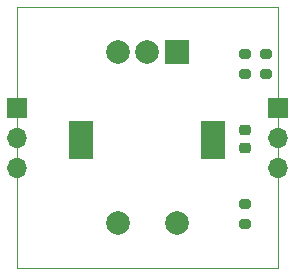
<source format=gbr>
G04 #@! TF.GenerationSoftware,KiCad,Pcbnew,(5.99.0-11522-g728b160719)*
G04 #@! TF.CreationDate,2021-08-06T10:01:23+10:00*
G04 #@! TF.ProjectId,Rotary Encoder,526f7461-7279-4204-956e-636f6465722e,rev?*
G04 #@! TF.SameCoordinates,Original*
G04 #@! TF.FileFunction,Soldermask,Top*
G04 #@! TF.FilePolarity,Negative*
%FSLAX46Y46*%
G04 Gerber Fmt 4.6, Leading zero omitted, Abs format (unit mm)*
G04 Created by KiCad (PCBNEW (5.99.0-11522-g728b160719)) date 2021-08-06 10:01:23*
%MOMM*%
%LPD*%
G01*
G04 APERTURE LIST*
G04 Aperture macros list*
%AMRoundRect*
0 Rectangle with rounded corners*
0 $1 Rounding radius*
0 $2 $3 $4 $5 $6 $7 $8 $9 X,Y pos of 4 corners*
0 Add a 4 corners polygon primitive as box body*
4,1,4,$2,$3,$4,$5,$6,$7,$8,$9,$2,$3,0*
0 Add four circle primitives for the rounded corners*
1,1,$1+$1,$2,$3*
1,1,$1+$1,$4,$5*
1,1,$1+$1,$6,$7*
1,1,$1+$1,$8,$9*
0 Add four rect primitives between the rounded corners*
20,1,$1+$1,$2,$3,$4,$5,0*
20,1,$1+$1,$4,$5,$6,$7,0*
20,1,$1+$1,$6,$7,$8,$9,0*
20,1,$1+$1,$8,$9,$2,$3,0*%
G04 Aperture macros list end*
G04 #@! TA.AperFunction,Profile*
%ADD10C,0.100000*%
G04 #@! TD*
%ADD11R,2.000000X2.000000*%
%ADD12C,2.000000*%
%ADD13R,2.000000X3.200000*%
%ADD14R,1.700000X1.700000*%
%ADD15O,1.700000X1.700000*%
%ADD16RoundRect,0.200000X-0.275000X0.200000X-0.275000X-0.200000X0.275000X-0.200000X0.275000X0.200000X0*%
%ADD17RoundRect,0.200000X0.275000X-0.200000X0.275000X0.200000X-0.275000X0.200000X-0.275000X-0.200000X0*%
%ADD18RoundRect,0.225000X-0.250000X0.225000X-0.250000X-0.225000X0.250000X-0.225000X0.250000X0.225000X0*%
G04 APERTURE END LIST*
D10*
X86868000Y-54356000D02*
X108966000Y-54356000D01*
X108966000Y-54356000D02*
X108966000Y-76454000D01*
X108966000Y-76454000D02*
X86868000Y-76454000D01*
X86868000Y-76454000D02*
X86868000Y-54356000D01*
D11*
G04 #@! TO.C,SW1*
X100417000Y-58155000D03*
D12*
X95417000Y-58155000D03*
X97917000Y-58155000D03*
D13*
X103517000Y-65655000D03*
X92317000Y-65655000D03*
D12*
X95417000Y-72655000D03*
X100417000Y-72655000D03*
G04 #@! TD*
D14*
G04 #@! TO.C,J1*
X108991000Y-62880000D03*
D15*
X108991000Y-65420000D03*
X108991000Y-67960000D03*
G04 #@! TD*
D16*
G04 #@! TO.C,R2*
X106172000Y-58357000D03*
X106172000Y-60007000D03*
G04 #@! TD*
D17*
G04 #@! TO.C,R3*
X106172000Y-72707000D03*
X106172000Y-71057000D03*
G04 #@! TD*
D16*
G04 #@! TO.C,R1*
X107950000Y-58357000D03*
X107950000Y-60007000D03*
G04 #@! TD*
D18*
G04 #@! TO.C,C1*
X106172000Y-64757000D03*
X106172000Y-66307000D03*
G04 #@! TD*
D14*
G04 #@! TO.C,J2*
X86893000Y-62880000D03*
D15*
X86893000Y-65420000D03*
X86893000Y-67960000D03*
G04 #@! TD*
M02*

</source>
